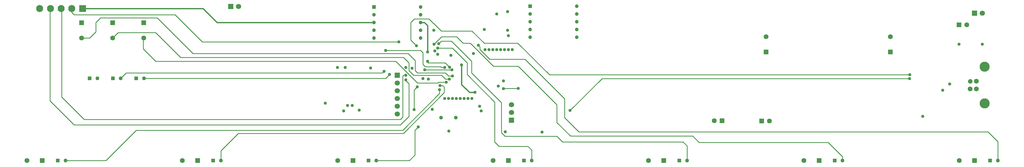
<source format=gbr>
G04 DipTrace 2.4.0.1*
%INInner1.gbr*%
%MOIN*%
%ADD13C,0.01*%
%ADD14C,0.05*%
%ADD15C,0.04*%
%ADD16C,0.015*%
%ADD20C,0.0152*%
%ADD22R,0.063X0.063*%
%ADD23C,0.063*%
%ADD27R,0.05X0.05*%
%ADD28R,0.0472X0.0472*%
%ADD30C,0.0472*%
%ADD32C,0.063*%
%ADD33C,0.1299*%
%ADD35R,0.0669X0.0669*%
%ADD37C,0.0669*%
%ADD38R,0.0906X0.0906*%
%ADD40C,0.0906*%
%ADD49C,0.048*%
%FSLAX44Y44*%
G04*
G70*
G90*
G75*
G01*
%LNInner1*%
%LPD*%
X62740Y16340D2*
D13*
X62240D1*
X61840Y16740D1*
X58240D1*
X57940Y17040D1*
Y18340D1*
X57040Y19240D1*
X29340D1*
X24740Y23840D1*
X17440D1*
X16840Y23240D1*
Y22040D1*
X16040Y21240D1*
X15040D1*
X15024Y21256D1*
X62340Y15940D2*
X61840D1*
X61340Y16440D1*
X57740D1*
X57140Y17040D1*
Y18040D1*
X56440Y18740D1*
X27740D1*
X24540Y21940D1*
X19709D1*
X19024Y21256D1*
X61940Y15540D2*
X60950D1*
X60850Y15440D1*
X58240D1*
X55440Y18240D1*
X24540D1*
X22940Y19840D1*
Y21171D1*
X23024Y21256D1*
X56740Y15840D2*
Y15740D1*
X57140Y15340D1*
Y11140D1*
X56040Y10040D1*
X14040D1*
X10940Y13140D1*
Y24974D1*
X11006Y25040D1*
X23040Y16040D2*
X54140D1*
X54640Y16540D1*
X59190Y17130D2*
X62680D1*
X20040Y16040D2*
X20740Y16740D1*
X53740D1*
X53940Y16940D1*
X59540Y18240D2*
Y18040D1*
X61830D1*
X62385Y17485D1*
X61740Y17440D2*
X61340D1*
X61240Y17540D1*
X59240D1*
X58940Y17840D1*
Y19340D1*
X58640Y19640D1*
X54140D1*
X132940Y5440D2*
Y7880D1*
X131680Y9140D1*
X79020D1*
X77180Y10980D1*
Y13420D1*
X72080Y18520D1*
X67560D1*
X66300Y19780D1*
Y20120D1*
X66100Y20320D1*
X60390Y20450D2*
X61360Y21420D1*
X63290D1*
X64120Y20590D1*
X65050D1*
X68030Y17610D1*
X71220D1*
X76200Y12630D1*
Y10340D1*
X77940Y8600D1*
X93680D1*
X94490Y7790D1*
X111110D1*
X112940Y5960D1*
Y5440D1*
X92940D2*
Y7340D1*
X92420Y7860D1*
X76930D1*
X76200Y8590D1*
X69520D1*
X69060Y9050D1*
Y12900D1*
X65220Y16740D1*
Y18230D1*
X62620Y20830D1*
X61310D1*
X61000Y20520D1*
X72940Y5440D2*
Y6810D1*
X72460Y7290D1*
X68760D1*
X68200Y7850D1*
Y12980D1*
X64640Y16540D1*
Y18060D1*
X62760Y19940D1*
X60850D1*
X52940Y5440D2*
X57190D1*
X57910Y6160D1*
Y9360D1*
X58340Y9790D1*
X57810Y12000D2*
Y14530D1*
X58220Y14940D1*
X61140Y15100D2*
X61520D1*
X61700Y14920D1*
Y14200D1*
X56450Y8950D1*
X35180D1*
X32950Y6720D1*
Y5450D1*
X32940Y5440D1*
X12940D2*
X18140D1*
X22040Y9340D1*
X56340D1*
X61100Y14100D1*
Y14590D1*
X71210Y14760D2*
X69370D1*
X69310Y14700D1*
X59540Y19440D2*
D20*
Y22840D1*
X59140Y23240D1*
X58640D1*
X65640Y14240D2*
X64940D1*
X63920Y15260D1*
Y17780D1*
X15140Y25040D2*
D16*
X30640D1*
X32440Y23240D1*
X52640D1*
X121577Y16027D2*
D13*
X82017D1*
X77887Y11897D1*
X121607Y16507D2*
X75237D1*
X71167Y20577D1*
X66847D1*
X65267Y22157D1*
X61317D1*
X60327Y23147D1*
X60277D1*
X59707Y23717D1*
X57847D1*
X57387Y23257D1*
Y20977D1*
X58127Y20237D1*
X56740Y16440D2*
X56440D1*
X56340Y16340D1*
Y11040D1*
X56040Y10740D1*
X15340D1*
X12440Y13640D1*
Y25096D1*
X12384Y25040D1*
X55840Y20740D2*
X30540D1*
X27040Y24240D1*
X14040D1*
X13740Y24540D1*
Y25018D1*
X13762Y25040D1*
D15*
X54640Y16540D3*
X59190Y17130D3*
X62680D3*
X53940Y16940D3*
X59540Y18240D3*
X62385Y17485D3*
X61740Y17440D3*
X54140Y19640D3*
X66100Y20320D3*
X60390Y20450D3*
X60850Y19940D3*
X58340Y9790D3*
X57810Y12000D3*
X58220Y14940D3*
X60490Y19590D3*
X61100Y14590D3*
X71210Y14760D3*
X69310Y14700D3*
X74280Y9100D3*
X46370Y12850D3*
X50740Y11940D3*
X69840Y24640D3*
X68440Y24340D3*
X69840Y22240D3*
X69940Y21540D3*
X66840Y22340D3*
X60340Y22240D3*
X48740Y11840D3*
X49840Y12540D3*
X49240D3*
X59540Y19440D3*
X52220Y17370D3*
X121577Y16027D3*
X77887Y11897D3*
X69537Y9157D3*
X60140Y12040D3*
X121607Y16507D3*
X58127Y20237D3*
X57547Y17337D3*
X55840Y20740D3*
X58967Y16017D3*
X123297Y11157D3*
X62290Y9240D3*
X125867Y14517D3*
X126767Y15317D3*
X62240Y13440D3*
X62740D3*
X63240D3*
X63740D3*
X64240D3*
X64740D3*
X65240D3*
X61740D3*
X66940Y19740D3*
X67440D3*
X67940D3*
X68440D3*
X68940D3*
X69440D3*
X69940D3*
X70440D3*
X59640Y15940D3*
X60840Y19140D3*
X69320Y15710D3*
X65440Y19240D3*
X66240Y12440D3*
X66440Y11840D3*
X61140Y15100D3*
X48940Y17440D3*
X62740Y16340D3*
X130940Y20440D3*
X61940Y15540D3*
X62340Y15940D3*
X47940Y17440D3*
X68640Y15040D3*
X63920Y17780D3*
X65640Y14240D3*
X62560Y19010D3*
X127940Y20440D3*
X61000Y20520D3*
X56740Y17440D3*
Y16440D3*
Y15840D3*
D22*
X102540Y10540D3*
D23*
X103540D3*
D22*
X97440Y10594D3*
D23*
X96440D3*
D14*
X23040Y16040D3*
D27*
X22040D3*
D14*
X20040D3*
D27*
X19040D3*
D14*
X17040D3*
D27*
X16040D3*
D14*
X132940Y5440D3*
D27*
X131940D3*
D14*
X112940D3*
D27*
X111940D3*
D14*
X92940D3*
D27*
X91940D3*
D14*
X72940D3*
D27*
X71940D3*
D14*
X52940D3*
D27*
X51940D3*
D14*
X32940D3*
D27*
X31940D3*
D14*
X12940D3*
D27*
X11940D3*
D28*
X52640Y25240D3*
D30*
Y24240D3*
Y23240D3*
Y22240D3*
Y21240D3*
X58640D3*
Y22240D3*
Y23240D3*
Y24240D3*
Y25240D3*
D28*
X72740Y25340D3*
D30*
Y24340D3*
Y23340D3*
Y22340D3*
Y21340D3*
X78740D3*
Y22340D3*
Y23340D3*
Y24340D3*
Y25340D3*
G36*
X129683Y15787D2*
Y15546D1*
X129513Y15376D1*
X129272D1*
X129101Y15546D1*
Y15787D1*
X129272Y15958D1*
X129513D1*
X129683Y15787D1*
G37*
D32*
X129392Y14682D3*
X130180D3*
Y15667D3*
D33*
X131247Y12804D3*
Y17545D3*
D35*
X55640Y16440D3*
D37*
Y15440D3*
Y14440D3*
Y13440D3*
Y12440D3*
Y11440D3*
D35*
X129940Y24440D3*
D37*
X130940D3*
D35*
X70340Y10640D3*
D37*
Y11640D3*
Y12640D3*
D35*
X34210Y25320D3*
D37*
X35210D3*
D38*
X15140Y25040D3*
D40*
X13762D3*
X12384D3*
X11006D3*
X9628D3*
D22*
X9940Y5440D3*
D32*
X7971D3*
D22*
X29940D3*
D32*
X27971D3*
D22*
X49940D3*
D32*
X47971D3*
D22*
X69940D3*
D32*
X67971D3*
D22*
X89940D3*
D32*
X87971D3*
D22*
X109940D3*
D32*
X107971D3*
D22*
X129940D3*
D32*
X127971D3*
D22*
X103124Y19456D3*
D32*
Y21424D3*
D22*
X15024Y23224D3*
D32*
Y21256D3*
D22*
X19024Y23224D3*
D32*
Y21256D3*
D22*
X23024Y23224D3*
D32*
Y21256D3*
D22*
X119124Y19456D3*
D32*
Y21424D3*
D49*
X61290Y10990D3*
X63190D3*
D22*
X127940Y22940D3*
D23*
X128940D3*
M02*

</source>
